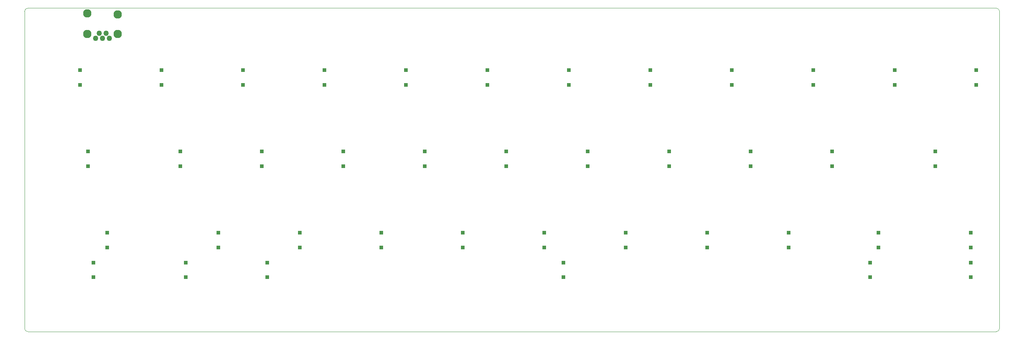
<source format=gbp>
G04 #@! TF.FileFunction,Paste,Bot*
%FSLAX46Y46*%
G04 Gerber Fmt 4.6, Leading zero omitted, Abs format (unit mm)*
G04 Created by KiCad (PCBNEW 4.0.1-stable) date 5/15/2016 6:24:45 PM*
%MOMM*%
G01*
G04 APERTURE LIST*
%ADD10C,0.150000*%
%ADD11C,0.099100*%
%ADD12R,0.960000X0.960000*%
%ADD13C,1.265560*%
%ADD14C,1.960000*%
G04 APERTURE END LIST*
D10*
D11*
X227209040Y-75750560D02*
X768040Y-75750560D01*
X227209040Y-75750560D02*
G75*
G03X227971040Y-74988560I0J762000D01*
G01*
X227971040Y-693560D02*
X227971040Y-74988560D01*
X227971040Y-693560D02*
G75*
G03X227209040Y68440I-762000J0D01*
G01*
X768040Y68440D02*
X227209040Y68440D01*
X768040Y68440D02*
G75*
G03X6040Y-693560I0J-762000D01*
G01*
X6040Y-74988560D02*
X6040Y-693560D01*
X6040Y-74988560D02*
G75*
G03X768040Y-75750560I762000J0D01*
G01*
D12*
X184410000Y-14487600D03*
X184410000Y-17887600D03*
X169805000Y-33537600D03*
X169805000Y-36937600D03*
X178695000Y-52588000D03*
X178695000Y-55988000D03*
X93605000Y-33537600D03*
X93605000Y-36937600D03*
X159645000Y-52588000D03*
X159645000Y-55988000D03*
X150755000Y-33537600D03*
X150755000Y-36937600D03*
X165360000Y-14487600D03*
X165360000Y-17887600D03*
X146310000Y-14487600D03*
X146310000Y-17887600D03*
X131705000Y-33537600D03*
X131705000Y-36937600D03*
X140595000Y-52588000D03*
X140595000Y-55988000D03*
X102495000Y-52588000D03*
X102495000Y-55988000D03*
X12960000Y-14487600D03*
X12960000Y-17887600D03*
X127260000Y-14487600D03*
X127260000Y-17887600D03*
X89160000Y-14487600D03*
X89160000Y-17887600D03*
X83445000Y-52588000D03*
X83445000Y-55988000D03*
X74555000Y-33537600D03*
X74555000Y-36937600D03*
X70110000Y-14487600D03*
X70110000Y-17887600D03*
X125990000Y-62973000D03*
X125990000Y-59573000D03*
X121545000Y-52588000D03*
X121545000Y-55988000D03*
X112655000Y-33537600D03*
X112655000Y-36937600D03*
X108210000Y-14487600D03*
X108210000Y-17887600D03*
X56775000Y-62973000D03*
X56775000Y-59573000D03*
X37725000Y-62973000D03*
X37725000Y-59573000D03*
X64395000Y-52588000D03*
X64395000Y-55988000D03*
X55505000Y-33537600D03*
X55505000Y-36937600D03*
X45345000Y-52588000D03*
X45345000Y-55988000D03*
X36455000Y-33537600D03*
X36455000Y-36937600D03*
X16135000Y-62973000D03*
X16135000Y-59573000D03*
X14865000Y-33537600D03*
X14865000Y-36937600D03*
X51060000Y-14487600D03*
X51060000Y-17887600D03*
X32010000Y-14487600D03*
X32010000Y-17887600D03*
X19310000Y-52588000D03*
X19310000Y-55988000D03*
X222510000Y-14487600D03*
X222510000Y-17887600D03*
X221240000Y-55988000D03*
X221240000Y-52588000D03*
X221240000Y-62973000D03*
X221240000Y-59573000D03*
X197745000Y-62973000D03*
X197745000Y-59573000D03*
X212985000Y-33537600D03*
X212985000Y-36937600D03*
X203460000Y-14487600D03*
X203460000Y-17887600D03*
X188855000Y-33537600D03*
X188855000Y-36937600D03*
X199650000Y-55988000D03*
X199650000Y-52588000D03*
D13*
X18228000Y-7025780D03*
X17430440Y-5826900D03*
X19825660Y-7025780D03*
X19025560Y-5826900D03*
D14*
X21784000Y-1420000D03*
X14672000Y-1166000D03*
D13*
X16630340Y-7025780D03*
D14*
X14672000Y-5992000D03*
X21784000Y-5992000D03*
M02*

</source>
